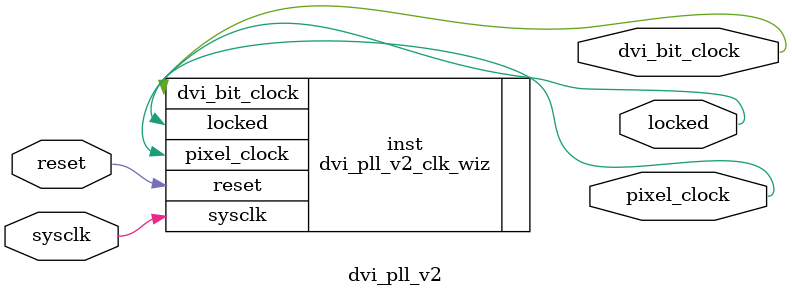
<source format=v>


`timescale 1ps/1ps

(* CORE_GENERATION_INFO = "dvi_pll_v2,clk_wiz_v6_0_1_0_0,{component_name=dvi_pll_v2,use_phase_alignment=true,use_min_o_jitter=false,use_max_i_jitter=false,use_dyn_phase_shift=false,use_inclk_switchover=false,use_dyn_reconfig=false,enable_axi=0,feedback_source=FDBK_AUTO,PRIMITIVE=PLL,num_out_clk=2,clkin1_period=5.000,clkin2_period=10.0,use_power_down=false,use_reset=true,use_locked=true,use_inclk_stopped=false,feedback_type=SINGLE,CLOCK_MGR_TYPE=NA,manual_override=false}" *)

module dvi_pll_v2 
 (
  // Clock out ports
  output        pixel_clock,
  output        dvi_bit_clock,
  // Status and control signals
  input         reset,
  output        locked,
 // Clock in ports
  input         sysclk
 );

  dvi_pll_v2_clk_wiz inst
  (
  // Clock out ports  
  .pixel_clock(pixel_clock),
  .dvi_bit_clock(dvi_bit_clock),
  // Status and control signals               
  .reset(reset), 
  .locked(locked),
 // Clock in ports
  .sysclk(sysclk)
  );

endmodule

</source>
